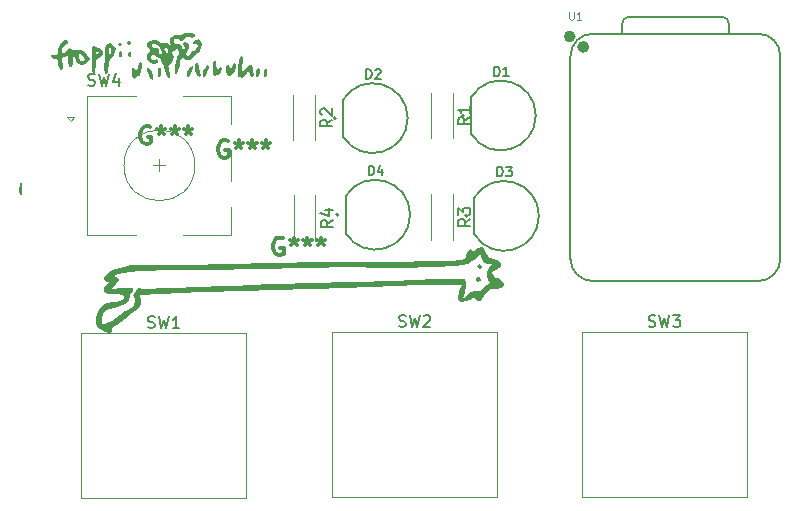
<source format=gbr>
%TF.GenerationSoftware,KiCad,Pcbnew,8.99.0-3419-gcbbcb5ae32*%
%TF.CreationDate,2025-07-01T05:37:36+08:00*%
%TF.ProjectId,pinder,70696e64-6572-42e6-9b69-6361645f7063,rev?*%
%TF.SameCoordinates,Original*%
%TF.FileFunction,Legend,Top*%
%TF.FilePolarity,Positive*%
%FSLAX46Y46*%
G04 Gerber Fmt 4.6, Leading zero omitted, Abs format (unit mm)*
G04 Created by KiCad (PCBNEW 8.99.0-3419-gcbbcb5ae32) date 2025-07-01 05:37:36*
%MOMM*%
%LPD*%
G01*
G04 APERTURE LIST*
%ADD10C,0.300000*%
%ADD11C,0.150000*%
%ADD12C,0.101600*%
%ADD13C,0.000000*%
%ADD14C,0.120000*%
%ADD15C,0.127000*%
%ADD16C,0.200000*%
%ADD17C,0.100000*%
%ADD18C,0.504000*%
G04 APERTURE END LIST*
D10*
X112128572Y-60474757D02*
X111985715Y-60403328D01*
X111985715Y-60403328D02*
X111771429Y-60403328D01*
X111771429Y-60403328D02*
X111557143Y-60474757D01*
X111557143Y-60474757D02*
X111414286Y-60617614D01*
X111414286Y-60617614D02*
X111342857Y-60760471D01*
X111342857Y-60760471D02*
X111271429Y-61046185D01*
X111271429Y-61046185D02*
X111271429Y-61260471D01*
X111271429Y-61260471D02*
X111342857Y-61546185D01*
X111342857Y-61546185D02*
X111414286Y-61689042D01*
X111414286Y-61689042D02*
X111557143Y-61831900D01*
X111557143Y-61831900D02*
X111771429Y-61903328D01*
X111771429Y-61903328D02*
X111914286Y-61903328D01*
X111914286Y-61903328D02*
X112128572Y-61831900D01*
X112128572Y-61831900D02*
X112200000Y-61760471D01*
X112200000Y-61760471D02*
X112200000Y-61260471D01*
X112200000Y-61260471D02*
X111914286Y-61260471D01*
X113057143Y-60403328D02*
X113057143Y-60760471D01*
X112700000Y-60617614D02*
X113057143Y-60760471D01*
X113057143Y-60760471D02*
X113414286Y-60617614D01*
X112842857Y-61046185D02*
X113057143Y-60760471D01*
X113057143Y-60760471D02*
X113271429Y-61046185D01*
X114200000Y-60403328D02*
X114200000Y-60760471D01*
X113842857Y-60617614D02*
X114200000Y-60760471D01*
X114200000Y-60760471D02*
X114557143Y-60617614D01*
X113985714Y-61046185D02*
X114200000Y-60760471D01*
X114200000Y-60760471D02*
X114414286Y-61046185D01*
X115342857Y-60403328D02*
X115342857Y-60760471D01*
X114985714Y-60617614D02*
X115342857Y-60760471D01*
X115342857Y-60760471D02*
X115700000Y-60617614D01*
X115128571Y-61046185D02*
X115342857Y-60760471D01*
X115342857Y-60760471D02*
X115557143Y-61046185D01*
X105553572Y-59299757D02*
X105410715Y-59228328D01*
X105410715Y-59228328D02*
X105196429Y-59228328D01*
X105196429Y-59228328D02*
X104982143Y-59299757D01*
X104982143Y-59299757D02*
X104839286Y-59442614D01*
X104839286Y-59442614D02*
X104767857Y-59585471D01*
X104767857Y-59585471D02*
X104696429Y-59871185D01*
X104696429Y-59871185D02*
X104696429Y-60085471D01*
X104696429Y-60085471D02*
X104767857Y-60371185D01*
X104767857Y-60371185D02*
X104839286Y-60514042D01*
X104839286Y-60514042D02*
X104982143Y-60656900D01*
X104982143Y-60656900D02*
X105196429Y-60728328D01*
X105196429Y-60728328D02*
X105339286Y-60728328D01*
X105339286Y-60728328D02*
X105553572Y-60656900D01*
X105553572Y-60656900D02*
X105625000Y-60585471D01*
X105625000Y-60585471D02*
X105625000Y-60085471D01*
X105625000Y-60085471D02*
X105339286Y-60085471D01*
X106482143Y-59228328D02*
X106482143Y-59585471D01*
X106125000Y-59442614D02*
X106482143Y-59585471D01*
X106482143Y-59585471D02*
X106839286Y-59442614D01*
X106267857Y-59871185D02*
X106482143Y-59585471D01*
X106482143Y-59585471D02*
X106696429Y-59871185D01*
X107625000Y-59228328D02*
X107625000Y-59585471D01*
X107267857Y-59442614D02*
X107625000Y-59585471D01*
X107625000Y-59585471D02*
X107982143Y-59442614D01*
X107410714Y-59871185D02*
X107625000Y-59585471D01*
X107625000Y-59585471D02*
X107839286Y-59871185D01*
X108767857Y-59228328D02*
X108767857Y-59585471D01*
X108410714Y-59442614D02*
X108767857Y-59585471D01*
X108767857Y-59585471D02*
X109125000Y-59442614D01*
X108553571Y-59871185D02*
X108767857Y-59585471D01*
X108767857Y-59585471D02*
X108982143Y-59871185D01*
X116791049Y-68712407D02*
X116648192Y-68640978D01*
X116648192Y-68640978D02*
X116433906Y-68640978D01*
X116433906Y-68640978D02*
X116219620Y-68712407D01*
X116219620Y-68712407D02*
X116076763Y-68855264D01*
X116076763Y-68855264D02*
X116005334Y-68998121D01*
X116005334Y-68998121D02*
X115933906Y-69283835D01*
X115933906Y-69283835D02*
X115933906Y-69498121D01*
X115933906Y-69498121D02*
X116005334Y-69783835D01*
X116005334Y-69783835D02*
X116076763Y-69926692D01*
X116076763Y-69926692D02*
X116219620Y-70069550D01*
X116219620Y-70069550D02*
X116433906Y-70140978D01*
X116433906Y-70140978D02*
X116576763Y-70140978D01*
X116576763Y-70140978D02*
X116791049Y-70069550D01*
X116791049Y-70069550D02*
X116862477Y-69998121D01*
X116862477Y-69998121D02*
X116862477Y-69498121D01*
X116862477Y-69498121D02*
X116576763Y-69498121D01*
X117719620Y-68640978D02*
X117719620Y-68998121D01*
X117362477Y-68855264D02*
X117719620Y-68998121D01*
X117719620Y-68998121D02*
X118076763Y-68855264D01*
X117505334Y-69283835D02*
X117719620Y-68998121D01*
X117719620Y-68998121D02*
X117933906Y-69283835D01*
X118862477Y-68640978D02*
X118862477Y-68998121D01*
X118505334Y-68855264D02*
X118862477Y-68998121D01*
X118862477Y-68998121D02*
X119219620Y-68855264D01*
X118648191Y-69283835D02*
X118862477Y-68998121D01*
X118862477Y-68998121D02*
X119076763Y-69283835D01*
X120005334Y-68640978D02*
X120005334Y-68998121D01*
X119648191Y-68855264D02*
X120005334Y-68998121D01*
X120005334Y-68998121D02*
X120362477Y-68855264D01*
X119791048Y-69283835D02*
X120005334Y-68998121D01*
X120005334Y-68998121D02*
X120219620Y-69283835D01*
D11*
X120954819Y-58641666D02*
X120478628Y-58974999D01*
X120954819Y-59213094D02*
X119954819Y-59213094D01*
X119954819Y-59213094D02*
X119954819Y-58832142D01*
X119954819Y-58832142D02*
X120002438Y-58736904D01*
X120002438Y-58736904D02*
X120050057Y-58689285D01*
X120050057Y-58689285D02*
X120145295Y-58641666D01*
X120145295Y-58641666D02*
X120288152Y-58641666D01*
X120288152Y-58641666D02*
X120383390Y-58689285D01*
X120383390Y-58689285D02*
X120431009Y-58736904D01*
X120431009Y-58736904D02*
X120478628Y-58832142D01*
X120478628Y-58832142D02*
X120478628Y-59213094D01*
X120050057Y-58260713D02*
X120002438Y-58213094D01*
X120002438Y-58213094D02*
X119954819Y-58117856D01*
X119954819Y-58117856D02*
X119954819Y-57879761D01*
X119954819Y-57879761D02*
X120002438Y-57784523D01*
X120002438Y-57784523D02*
X120050057Y-57736904D01*
X120050057Y-57736904D02*
X120145295Y-57689285D01*
X120145295Y-57689285D02*
X120240533Y-57689285D01*
X120240533Y-57689285D02*
X120383390Y-57736904D01*
X120383390Y-57736904D02*
X120954819Y-58308332D01*
X120954819Y-58308332D02*
X120954819Y-57689285D01*
X134679524Y-54954295D02*
X134679524Y-54154295D01*
X134679524Y-54154295D02*
X134870000Y-54154295D01*
X134870000Y-54154295D02*
X134984286Y-54192390D01*
X134984286Y-54192390D02*
X135060476Y-54268580D01*
X135060476Y-54268580D02*
X135098571Y-54344771D01*
X135098571Y-54344771D02*
X135136667Y-54497152D01*
X135136667Y-54497152D02*
X135136667Y-54611438D01*
X135136667Y-54611438D02*
X135098571Y-54763819D01*
X135098571Y-54763819D02*
X135060476Y-54840009D01*
X135060476Y-54840009D02*
X134984286Y-54916200D01*
X134984286Y-54916200D02*
X134870000Y-54954295D01*
X134870000Y-54954295D02*
X134679524Y-54954295D01*
X135898571Y-54954295D02*
X135441428Y-54954295D01*
X135670000Y-54954295D02*
X135670000Y-54154295D01*
X135670000Y-54154295D02*
X135593809Y-54268580D01*
X135593809Y-54268580D02*
X135517619Y-54344771D01*
X135517619Y-54344771D02*
X135441428Y-54382866D01*
X132604819Y-58466666D02*
X132128628Y-58799999D01*
X132604819Y-59038094D02*
X131604819Y-59038094D01*
X131604819Y-59038094D02*
X131604819Y-58657142D01*
X131604819Y-58657142D02*
X131652438Y-58561904D01*
X131652438Y-58561904D02*
X131700057Y-58514285D01*
X131700057Y-58514285D02*
X131795295Y-58466666D01*
X131795295Y-58466666D02*
X131938152Y-58466666D01*
X131938152Y-58466666D02*
X132033390Y-58514285D01*
X132033390Y-58514285D02*
X132081009Y-58561904D01*
X132081009Y-58561904D02*
X132128628Y-58657142D01*
X132128628Y-58657142D02*
X132128628Y-59038094D01*
X132604819Y-57514285D02*
X132604819Y-58085713D01*
X132604819Y-57799999D02*
X131604819Y-57799999D01*
X131604819Y-57799999D02*
X131747676Y-57895237D01*
X131747676Y-57895237D02*
X131842914Y-57990475D01*
X131842914Y-57990475D02*
X131890533Y-58085713D01*
X147746667Y-76153200D02*
X147889524Y-76200819D01*
X147889524Y-76200819D02*
X148127619Y-76200819D01*
X148127619Y-76200819D02*
X148222857Y-76153200D01*
X148222857Y-76153200D02*
X148270476Y-76105580D01*
X148270476Y-76105580D02*
X148318095Y-76010342D01*
X148318095Y-76010342D02*
X148318095Y-75915104D01*
X148318095Y-75915104D02*
X148270476Y-75819866D01*
X148270476Y-75819866D02*
X148222857Y-75772247D01*
X148222857Y-75772247D02*
X148127619Y-75724628D01*
X148127619Y-75724628D02*
X147937143Y-75677009D01*
X147937143Y-75677009D02*
X147841905Y-75629390D01*
X147841905Y-75629390D02*
X147794286Y-75581771D01*
X147794286Y-75581771D02*
X147746667Y-75486533D01*
X147746667Y-75486533D02*
X147746667Y-75391295D01*
X147746667Y-75391295D02*
X147794286Y-75296057D01*
X147794286Y-75296057D02*
X147841905Y-75248438D01*
X147841905Y-75248438D02*
X147937143Y-75200819D01*
X147937143Y-75200819D02*
X148175238Y-75200819D01*
X148175238Y-75200819D02*
X148318095Y-75248438D01*
X148651429Y-75200819D02*
X148889524Y-76200819D01*
X148889524Y-76200819D02*
X149080000Y-75486533D01*
X149080000Y-75486533D02*
X149270476Y-76200819D01*
X149270476Y-76200819D02*
X149508572Y-75200819D01*
X149794286Y-75200819D02*
X150413333Y-75200819D01*
X150413333Y-75200819D02*
X150080000Y-75581771D01*
X150080000Y-75581771D02*
X150222857Y-75581771D01*
X150222857Y-75581771D02*
X150318095Y-75629390D01*
X150318095Y-75629390D02*
X150365714Y-75677009D01*
X150365714Y-75677009D02*
X150413333Y-75772247D01*
X150413333Y-75772247D02*
X150413333Y-76010342D01*
X150413333Y-76010342D02*
X150365714Y-76105580D01*
X150365714Y-76105580D02*
X150318095Y-76153200D01*
X150318095Y-76153200D02*
X150222857Y-76200819D01*
X150222857Y-76200819D02*
X149937143Y-76200819D01*
X149937143Y-76200819D02*
X149841905Y-76153200D01*
X149841905Y-76153200D02*
X149794286Y-76105580D01*
X120989819Y-67156666D02*
X120513628Y-67489999D01*
X120989819Y-67728094D02*
X119989819Y-67728094D01*
X119989819Y-67728094D02*
X119989819Y-67347142D01*
X119989819Y-67347142D02*
X120037438Y-67251904D01*
X120037438Y-67251904D02*
X120085057Y-67204285D01*
X120085057Y-67204285D02*
X120180295Y-67156666D01*
X120180295Y-67156666D02*
X120323152Y-67156666D01*
X120323152Y-67156666D02*
X120418390Y-67204285D01*
X120418390Y-67204285D02*
X120466009Y-67251904D01*
X120466009Y-67251904D02*
X120513628Y-67347142D01*
X120513628Y-67347142D02*
X120513628Y-67728094D01*
X120323152Y-66299523D02*
X120989819Y-66299523D01*
X119942200Y-66537618D02*
X120656485Y-66775713D01*
X120656485Y-66775713D02*
X120656485Y-66156666D01*
X126606667Y-76153200D02*
X126749524Y-76200819D01*
X126749524Y-76200819D02*
X126987619Y-76200819D01*
X126987619Y-76200819D02*
X127082857Y-76153200D01*
X127082857Y-76153200D02*
X127130476Y-76105580D01*
X127130476Y-76105580D02*
X127178095Y-76010342D01*
X127178095Y-76010342D02*
X127178095Y-75915104D01*
X127178095Y-75915104D02*
X127130476Y-75819866D01*
X127130476Y-75819866D02*
X127082857Y-75772247D01*
X127082857Y-75772247D02*
X126987619Y-75724628D01*
X126987619Y-75724628D02*
X126797143Y-75677009D01*
X126797143Y-75677009D02*
X126701905Y-75629390D01*
X126701905Y-75629390D02*
X126654286Y-75581771D01*
X126654286Y-75581771D02*
X126606667Y-75486533D01*
X126606667Y-75486533D02*
X126606667Y-75391295D01*
X126606667Y-75391295D02*
X126654286Y-75296057D01*
X126654286Y-75296057D02*
X126701905Y-75248438D01*
X126701905Y-75248438D02*
X126797143Y-75200819D01*
X126797143Y-75200819D02*
X127035238Y-75200819D01*
X127035238Y-75200819D02*
X127178095Y-75248438D01*
X127511429Y-75200819D02*
X127749524Y-76200819D01*
X127749524Y-76200819D02*
X127940000Y-75486533D01*
X127940000Y-75486533D02*
X128130476Y-76200819D01*
X128130476Y-76200819D02*
X128368572Y-75200819D01*
X128701905Y-75296057D02*
X128749524Y-75248438D01*
X128749524Y-75248438D02*
X128844762Y-75200819D01*
X128844762Y-75200819D02*
X129082857Y-75200819D01*
X129082857Y-75200819D02*
X129178095Y-75248438D01*
X129178095Y-75248438D02*
X129225714Y-75296057D01*
X129225714Y-75296057D02*
X129273333Y-75391295D01*
X129273333Y-75391295D02*
X129273333Y-75486533D01*
X129273333Y-75486533D02*
X129225714Y-75629390D01*
X129225714Y-75629390D02*
X128654286Y-76200819D01*
X128654286Y-76200819D02*
X129273333Y-76200819D01*
X132639819Y-67056666D02*
X132163628Y-67389999D01*
X132639819Y-67628094D02*
X131639819Y-67628094D01*
X131639819Y-67628094D02*
X131639819Y-67247142D01*
X131639819Y-67247142D02*
X131687438Y-67151904D01*
X131687438Y-67151904D02*
X131735057Y-67104285D01*
X131735057Y-67104285D02*
X131830295Y-67056666D01*
X131830295Y-67056666D02*
X131973152Y-67056666D01*
X131973152Y-67056666D02*
X132068390Y-67104285D01*
X132068390Y-67104285D02*
X132116009Y-67151904D01*
X132116009Y-67151904D02*
X132163628Y-67247142D01*
X132163628Y-67247142D02*
X132163628Y-67628094D01*
X131639819Y-66723332D02*
X131639819Y-66104285D01*
X131639819Y-66104285D02*
X132020771Y-66437618D01*
X132020771Y-66437618D02*
X132020771Y-66294761D01*
X132020771Y-66294761D02*
X132068390Y-66199523D01*
X132068390Y-66199523D02*
X132116009Y-66151904D01*
X132116009Y-66151904D02*
X132211247Y-66104285D01*
X132211247Y-66104285D02*
X132449342Y-66104285D01*
X132449342Y-66104285D02*
X132544580Y-66151904D01*
X132544580Y-66151904D02*
X132592200Y-66199523D01*
X132592200Y-66199523D02*
X132639819Y-66294761D01*
X132639819Y-66294761D02*
X132639819Y-66580475D01*
X132639819Y-66580475D02*
X132592200Y-66675713D01*
X132592200Y-66675713D02*
X132544580Y-66723332D01*
X134944524Y-63454295D02*
X134944524Y-62654295D01*
X134944524Y-62654295D02*
X135135000Y-62654295D01*
X135135000Y-62654295D02*
X135249286Y-62692390D01*
X135249286Y-62692390D02*
X135325476Y-62768580D01*
X135325476Y-62768580D02*
X135363571Y-62844771D01*
X135363571Y-62844771D02*
X135401667Y-62997152D01*
X135401667Y-62997152D02*
X135401667Y-63111438D01*
X135401667Y-63111438D02*
X135363571Y-63263819D01*
X135363571Y-63263819D02*
X135325476Y-63340009D01*
X135325476Y-63340009D02*
X135249286Y-63416200D01*
X135249286Y-63416200D02*
X135135000Y-63454295D01*
X135135000Y-63454295D02*
X134944524Y-63454295D01*
X135668333Y-62654295D02*
X136163571Y-62654295D01*
X136163571Y-62654295D02*
X135896905Y-62959057D01*
X135896905Y-62959057D02*
X136011190Y-62959057D01*
X136011190Y-62959057D02*
X136087381Y-62997152D01*
X136087381Y-62997152D02*
X136125476Y-63035247D01*
X136125476Y-63035247D02*
X136163571Y-63111438D01*
X136163571Y-63111438D02*
X136163571Y-63301914D01*
X136163571Y-63301914D02*
X136125476Y-63378104D01*
X136125476Y-63378104D02*
X136087381Y-63416200D01*
X136087381Y-63416200D02*
X136011190Y-63454295D01*
X136011190Y-63454295D02*
X135782619Y-63454295D01*
X135782619Y-63454295D02*
X135706428Y-63416200D01*
X135706428Y-63416200D02*
X135668333Y-63378104D01*
D12*
X141031790Y-49564679D02*
X141031790Y-50078726D01*
X141031790Y-50078726D02*
X141062028Y-50139202D01*
X141062028Y-50139202D02*
X141092266Y-50169441D01*
X141092266Y-50169441D02*
X141152742Y-50199679D01*
X141152742Y-50199679D02*
X141273695Y-50199679D01*
X141273695Y-50199679D02*
X141334171Y-50169441D01*
X141334171Y-50169441D02*
X141364409Y-50139202D01*
X141364409Y-50139202D02*
X141394647Y-50078726D01*
X141394647Y-50078726D02*
X141394647Y-49564679D01*
X142029647Y-50199679D02*
X141666790Y-50199679D01*
X141848218Y-50199679D02*
X141848218Y-49564679D01*
X141848218Y-49564679D02*
X141787742Y-49655393D01*
X141787742Y-49655393D02*
X141727266Y-49715869D01*
X141727266Y-49715869D02*
X141666790Y-49746107D01*
D11*
X105350667Y-76243600D02*
X105493524Y-76291219D01*
X105493524Y-76291219D02*
X105731619Y-76291219D01*
X105731619Y-76291219D02*
X105826857Y-76243600D01*
X105826857Y-76243600D02*
X105874476Y-76195980D01*
X105874476Y-76195980D02*
X105922095Y-76100742D01*
X105922095Y-76100742D02*
X105922095Y-76005504D01*
X105922095Y-76005504D02*
X105874476Y-75910266D01*
X105874476Y-75910266D02*
X105826857Y-75862647D01*
X105826857Y-75862647D02*
X105731619Y-75815028D01*
X105731619Y-75815028D02*
X105541143Y-75767409D01*
X105541143Y-75767409D02*
X105445905Y-75719790D01*
X105445905Y-75719790D02*
X105398286Y-75672171D01*
X105398286Y-75672171D02*
X105350667Y-75576933D01*
X105350667Y-75576933D02*
X105350667Y-75481695D01*
X105350667Y-75481695D02*
X105398286Y-75386457D01*
X105398286Y-75386457D02*
X105445905Y-75338838D01*
X105445905Y-75338838D02*
X105541143Y-75291219D01*
X105541143Y-75291219D02*
X105779238Y-75291219D01*
X105779238Y-75291219D02*
X105922095Y-75338838D01*
X106255429Y-75291219D02*
X106493524Y-76291219D01*
X106493524Y-76291219D02*
X106684000Y-75576933D01*
X106684000Y-75576933D02*
X106874476Y-76291219D01*
X106874476Y-76291219D02*
X107112572Y-75291219D01*
X108017333Y-76291219D02*
X107445905Y-76291219D01*
X107731619Y-76291219D02*
X107731619Y-75291219D01*
X107731619Y-75291219D02*
X107636381Y-75434076D01*
X107636381Y-75434076D02*
X107541143Y-75529314D01*
X107541143Y-75529314D02*
X107445905Y-75576933D01*
X123829524Y-55179295D02*
X123829524Y-54379295D01*
X123829524Y-54379295D02*
X124020000Y-54379295D01*
X124020000Y-54379295D02*
X124134286Y-54417390D01*
X124134286Y-54417390D02*
X124210476Y-54493580D01*
X124210476Y-54493580D02*
X124248571Y-54569771D01*
X124248571Y-54569771D02*
X124286667Y-54722152D01*
X124286667Y-54722152D02*
X124286667Y-54836438D01*
X124286667Y-54836438D02*
X124248571Y-54988819D01*
X124248571Y-54988819D02*
X124210476Y-55065009D01*
X124210476Y-55065009D02*
X124134286Y-55141200D01*
X124134286Y-55141200D02*
X124020000Y-55179295D01*
X124020000Y-55179295D02*
X123829524Y-55179295D01*
X124591428Y-54455485D02*
X124629524Y-54417390D01*
X124629524Y-54417390D02*
X124705714Y-54379295D01*
X124705714Y-54379295D02*
X124896190Y-54379295D01*
X124896190Y-54379295D02*
X124972381Y-54417390D01*
X124972381Y-54417390D02*
X125010476Y-54455485D01*
X125010476Y-54455485D02*
X125048571Y-54531676D01*
X125048571Y-54531676D02*
X125048571Y-54607866D01*
X125048571Y-54607866D02*
X125010476Y-54722152D01*
X125010476Y-54722152D02*
X124553333Y-55179295D01*
X124553333Y-55179295D02*
X125048571Y-55179295D01*
X100291667Y-55732200D02*
X100434524Y-55779819D01*
X100434524Y-55779819D02*
X100672619Y-55779819D01*
X100672619Y-55779819D02*
X100767857Y-55732200D01*
X100767857Y-55732200D02*
X100815476Y-55684580D01*
X100815476Y-55684580D02*
X100863095Y-55589342D01*
X100863095Y-55589342D02*
X100863095Y-55494104D01*
X100863095Y-55494104D02*
X100815476Y-55398866D01*
X100815476Y-55398866D02*
X100767857Y-55351247D01*
X100767857Y-55351247D02*
X100672619Y-55303628D01*
X100672619Y-55303628D02*
X100482143Y-55256009D01*
X100482143Y-55256009D02*
X100386905Y-55208390D01*
X100386905Y-55208390D02*
X100339286Y-55160771D01*
X100339286Y-55160771D02*
X100291667Y-55065533D01*
X100291667Y-55065533D02*
X100291667Y-54970295D01*
X100291667Y-54970295D02*
X100339286Y-54875057D01*
X100339286Y-54875057D02*
X100386905Y-54827438D01*
X100386905Y-54827438D02*
X100482143Y-54779819D01*
X100482143Y-54779819D02*
X100720238Y-54779819D01*
X100720238Y-54779819D02*
X100863095Y-54827438D01*
X101196429Y-54779819D02*
X101434524Y-55779819D01*
X101434524Y-55779819D02*
X101625000Y-55065533D01*
X101625000Y-55065533D02*
X101815476Y-55779819D01*
X101815476Y-55779819D02*
X102053572Y-54779819D01*
X102863095Y-55113152D02*
X102863095Y-55779819D01*
X102625000Y-54732200D02*
X102386905Y-55446485D01*
X102386905Y-55446485D02*
X103005952Y-55446485D01*
X124039524Y-63354295D02*
X124039524Y-62554295D01*
X124039524Y-62554295D02*
X124230000Y-62554295D01*
X124230000Y-62554295D02*
X124344286Y-62592390D01*
X124344286Y-62592390D02*
X124420476Y-62668580D01*
X124420476Y-62668580D02*
X124458571Y-62744771D01*
X124458571Y-62744771D02*
X124496667Y-62897152D01*
X124496667Y-62897152D02*
X124496667Y-63011438D01*
X124496667Y-63011438D02*
X124458571Y-63163819D01*
X124458571Y-63163819D02*
X124420476Y-63240009D01*
X124420476Y-63240009D02*
X124344286Y-63316200D01*
X124344286Y-63316200D02*
X124230000Y-63354295D01*
X124230000Y-63354295D02*
X124039524Y-63354295D01*
X125182381Y-62820961D02*
X125182381Y-63354295D01*
X124991905Y-62516200D02*
X124801428Y-63087628D01*
X124801428Y-63087628D02*
X125296667Y-63087628D01*
D13*
%TO.C,G\u002A\u002A\u002A*%
G36*
X105471837Y-54269359D02*
G01*
X105582331Y-54430980D01*
X105692619Y-54652481D01*
X105778349Y-54882680D01*
X105815171Y-55070398D01*
X105812184Y-55115653D01*
X105744454Y-55255829D01*
X105636955Y-55244671D01*
X105505885Y-55090664D01*
X105409958Y-54905055D01*
X105285980Y-54568978D01*
X105267242Y-54349832D01*
X105353198Y-54232323D01*
X105385486Y-54218798D01*
X105471837Y-54269359D01*
G37*
G36*
X104803006Y-53769548D02*
G01*
X104837194Y-53904045D01*
X104841011Y-54168265D01*
X104839224Y-54226435D01*
X104798886Y-54601456D01*
X104712272Y-54842950D01*
X104585585Y-54937624D01*
X104512444Y-54927045D01*
X104409976Y-54961812D01*
X104364602Y-55050191D01*
X104282743Y-55193171D01*
X104172193Y-55182613D01*
X104061581Y-55024317D01*
X104045763Y-54985596D01*
X103989265Y-54725777D01*
X103984359Y-54498763D01*
X104043211Y-54294576D01*
X104141545Y-54238252D01*
X104244019Y-54325747D01*
X104312680Y-54536333D01*
X104356174Y-54706561D01*
X104404957Y-54715700D01*
X104460498Y-54561268D01*
X104524266Y-54240784D01*
X104538331Y-54155333D01*
X104607878Y-53866096D01*
X104698803Y-53739264D01*
X104731295Y-53732000D01*
X104803006Y-53769548D01*
G37*
G36*
X109069773Y-51341815D02*
G01*
X109264827Y-51412175D01*
X109298255Y-51442291D01*
X109367511Y-51593138D01*
X109288776Y-51683248D01*
X109075493Y-51702994D01*
X108953974Y-51688789D01*
X108703763Y-51671105D01*
X108526987Y-51733849D01*
X108407630Y-51831418D01*
X108244305Y-51956420D01*
X108133966Y-51956304D01*
X108097945Y-51927478D01*
X107953671Y-51853407D01*
X107764708Y-51829291D01*
X107599061Y-51854495D01*
X107524737Y-51928384D01*
X107524629Y-51932833D01*
X107598679Y-52145472D01*
X107808768Y-52263096D01*
X107957464Y-52283863D01*
X108157324Y-52315765D01*
X108235375Y-52403701D01*
X108243000Y-52478494D01*
X108273096Y-52671779D01*
X108356848Y-52712242D01*
X108455164Y-52630733D01*
X108516204Y-52510322D01*
X108436866Y-52406299D01*
X108411961Y-52387531D01*
X108315488Y-52249780D01*
X108364003Y-52129614D01*
X108527396Y-52081000D01*
X108734213Y-52147823D01*
X108850686Y-52318576D01*
X108867834Y-52548684D01*
X108776675Y-52793568D01*
X108692854Y-52902164D01*
X108573930Y-53065704D01*
X108588146Y-53177897D01*
X108602496Y-53194030D01*
X108753365Y-53254343D01*
X108895970Y-53179458D01*
X108977109Y-52997436D01*
X108977266Y-52996343D01*
X109059998Y-52833292D01*
X109174333Y-52800666D01*
X109384266Y-52725885D01*
X109524433Y-52539573D01*
X109552640Y-52399498D01*
X109499237Y-52286201D01*
X109364833Y-52272498D01*
X109210060Y-52241623D01*
X109166100Y-52136466D01*
X109227225Y-52005592D01*
X109387704Y-51897567D01*
X109410013Y-51889551D01*
X109659844Y-51863829D01*
X109820598Y-51981657D01*
X109890775Y-52241657D01*
X109894000Y-52333948D01*
X109849753Y-52591945D01*
X109738014Y-52840780D01*
X109590287Y-53027075D01*
X109443354Y-53097535D01*
X109337916Y-53164863D01*
X109212916Y-53328564D01*
X109199437Y-53351535D01*
X109051652Y-53537604D01*
X108856287Y-53602370D01*
X108782771Y-53605000D01*
X108541322Y-53563360D01*
X108359498Y-53468496D01*
X108291224Y-53405015D01*
X108243060Y-53379335D01*
X108203897Y-53415888D01*
X108162631Y-53539108D01*
X108108152Y-53773426D01*
X108029354Y-54143277D01*
X108008774Y-54240000D01*
X107922822Y-54532445D01*
X107823210Y-54711538D01*
X107726888Y-54763466D01*
X107650809Y-54674418D01*
X107622873Y-54554415D01*
X107630661Y-54376474D01*
X107675787Y-54093773D01*
X107745548Y-53763323D01*
X107827242Y-53442136D01*
X107908165Y-53187221D01*
X107947910Y-53095608D01*
X107963237Y-52920888D01*
X107912985Y-52774500D01*
X107809846Y-52581783D01*
X107572348Y-52801889D01*
X107424052Y-52949246D01*
X107390972Y-53036384D01*
X107460940Y-53114648D01*
X107492591Y-53138464D01*
X107596284Y-53247726D01*
X107557264Y-53348806D01*
X107544500Y-53362233D01*
X107450798Y-53536876D01*
X107438666Y-53617980D01*
X107375572Y-53774647D01*
X107243601Y-53913566D01*
X107132240Y-54010099D01*
X107089813Y-54113049D01*
X107108132Y-54278614D01*
X107159750Y-54489018D01*
X107215979Y-54752812D01*
X107237559Y-54956674D01*
X107230473Y-55023166D01*
X107138029Y-55123364D01*
X107022978Y-55078187D01*
X106939235Y-54938500D01*
X106879571Y-54764924D01*
X106790456Y-54486610D01*
X106690325Y-54161242D01*
X106682168Y-54134166D01*
X106585056Y-53841029D01*
X106496111Y-53624052D01*
X106432083Y-53523106D01*
X106424280Y-53520333D01*
X106317291Y-53470260D01*
X106145292Y-53346382D01*
X106102805Y-53311498D01*
X106098913Y-53308666D01*
X106778685Y-53308666D01*
X106841642Y-53453607D01*
X106885135Y-53562666D01*
X106947148Y-53666160D01*
X106992684Y-53617851D01*
X106970444Y-53477642D01*
X106886233Y-53363851D01*
X106789988Y-53288352D01*
X106778685Y-53308666D01*
X106098913Y-53308666D01*
X105923399Y-53180944D01*
X105800123Y-53160608D01*
X105710701Y-53207898D01*
X105601709Y-53354800D01*
X105630757Y-53490391D01*
X105770377Y-53567589D01*
X105917341Y-53562079D01*
X106123663Y-53558418D01*
X106226143Y-53634683D01*
X106198924Y-53757265D01*
X106123085Y-53829510D01*
X105855073Y-53936174D01*
X105588163Y-53878622D01*
X105421425Y-53747709D01*
X105267900Y-53487506D01*
X105257840Y-53217050D01*
X105392288Y-52983358D01*
X105404226Y-52972208D01*
X105513523Y-52860452D01*
X105517584Y-52769115D01*
X105416411Y-52624500D01*
X105404226Y-52609001D01*
X105286642Y-52429593D01*
X105248219Y-52324633D01*
X105660666Y-52324633D01*
X105733152Y-52455819D01*
X105906247Y-52569747D01*
X106106692Y-52621799D01*
X106262376Y-52684114D01*
X106295666Y-52800666D01*
X106325875Y-52981662D01*
X106395772Y-53117732D01*
X106474267Y-53153873D01*
X106489314Y-53143241D01*
X106536111Y-53026212D01*
X106551613Y-52922409D01*
X106494850Y-52739201D01*
X106482454Y-52723229D01*
X106742351Y-52723229D01*
X106807506Y-52782490D01*
X106919118Y-52919959D01*
X106936033Y-52995373D01*
X106958252Y-53055094D01*
X107016159Y-52951927D01*
X107023607Y-52933598D01*
X107058606Y-52738174D01*
X106972845Y-52594931D01*
X106860724Y-52507810D01*
X106786090Y-52551428D01*
X106762111Y-52587783D01*
X106742351Y-52723229D01*
X106482454Y-52723229D01*
X106335813Y-52534286D01*
X106125814Y-52357262D01*
X105916168Y-52257723D01*
X105856260Y-52250333D01*
X105704949Y-52277684D01*
X105660666Y-52324633D01*
X105248219Y-52324633D01*
X105237335Y-52294902D01*
X105237333Y-52294370D01*
X105311837Y-52124036D01*
X105501025Y-51996489D01*
X105753411Y-51921939D01*
X106017508Y-51910598D01*
X106241831Y-51972675D01*
X106352756Y-52073165D01*
X106471625Y-52183933D01*
X106663985Y-52198730D01*
X106736389Y-52188777D01*
X107019781Y-52195979D01*
X107207748Y-52300198D01*
X107307195Y-52374624D01*
X107299227Y-52347155D01*
X107290500Y-52336986D01*
X107194734Y-52114303D01*
X107213025Y-51852196D01*
X107338595Y-51629871D01*
X107352100Y-51617052D01*
X107545479Y-51511565D01*
X107815497Y-51505452D01*
X107843637Y-51508999D01*
X108152751Y-51505404D01*
X108327386Y-51435735D01*
X108531853Y-51353127D01*
X108802382Y-51321976D01*
X109069773Y-51341815D01*
G37*
G36*
X113362018Y-53306617D02*
G01*
X113414093Y-53436058D01*
X113409719Y-53725076D01*
X113348899Y-54173603D01*
X113308932Y-54396787D01*
X113288827Y-54525975D01*
X113309813Y-54563505D01*
X113396571Y-54500445D01*
X113573779Y-54327864D01*
X113616004Y-54285662D01*
X113820078Y-54101553D01*
X113986835Y-53986516D01*
X114063923Y-53964863D01*
X114137767Y-54062144D01*
X114213182Y-54268624D01*
X114276730Y-54524835D01*
X114314970Y-54771309D01*
X114314461Y-54948578D01*
X114296076Y-54992075D01*
X114162287Y-55039024D01*
X114033058Y-54961138D01*
X113960970Y-54795965D01*
X113958000Y-54750657D01*
X113926252Y-54576998D01*
X113838142Y-54556321D01*
X113704367Y-54686118D01*
X113608114Y-54832666D01*
X113450405Y-55050670D01*
X113302177Y-55119208D01*
X113124987Y-55051224D01*
X113070603Y-55013642D01*
X112996159Y-54944810D01*
X112956876Y-54848999D01*
X112949713Y-54688147D01*
X112971630Y-54424189D01*
X113002400Y-54159730D01*
X113066520Y-53724534D01*
X113137524Y-53443987D01*
X113221602Y-53303408D01*
X113324940Y-53288114D01*
X113362018Y-53306617D01*
G37*
G36*
X106422415Y-54290749D02*
G01*
X106460329Y-54462685D01*
X106465000Y-54613944D01*
X106438396Y-54855307D01*
X106372557Y-55006779D01*
X106288437Y-55042682D01*
X106206991Y-54937338D01*
X106205079Y-54932434D01*
X106169248Y-54728222D01*
X106186696Y-54503335D01*
X106245491Y-54319928D01*
X106333700Y-54240157D01*
X106338000Y-54240000D01*
X106422415Y-54290749D01*
G37*
G36*
X109174812Y-54267531D02*
G01*
X109100933Y-54495493D01*
X109097667Y-54501906D01*
X108994019Y-54722688D01*
X108927318Y-54896166D01*
X108835990Y-55031088D01*
X108708047Y-55011928D01*
X108680444Y-54987888D01*
X108622171Y-54821956D01*
X108665029Y-54589623D01*
X108796106Y-54349662D01*
X108829776Y-54308221D01*
X109012172Y-54154329D01*
X109136204Y-54147288D01*
X109174812Y-54267531D01*
G37*
G36*
X109568340Y-53897380D02*
G01*
X109646485Y-54141854D01*
X109664287Y-54237449D01*
X109721960Y-54503063D01*
X109789250Y-54705097D01*
X109821705Y-54762907D01*
X109863982Y-54903463D01*
X109803652Y-55020742D01*
X109732792Y-55044333D01*
X109631771Y-54987948D01*
X109516929Y-54879341D01*
X109426401Y-54709718D01*
X109368968Y-54469905D01*
X109346955Y-54211103D01*
X109362683Y-53984512D01*
X109418478Y-53841332D01*
X109468704Y-53816666D01*
X109568340Y-53897380D01*
G37*
G36*
X110495670Y-54088477D02*
G01*
X110502012Y-54094478D01*
X110551412Y-54222003D01*
X110507643Y-54299911D01*
X110425324Y-54454035D01*
X110347271Y-54680930D01*
X110342242Y-54699907D01*
X110251246Y-54929683D01*
X110141799Y-55028640D01*
X110034943Y-54979864D01*
X110020366Y-54958642D01*
X109978949Y-54781262D01*
X110016185Y-54562280D01*
X110109275Y-54342604D01*
X110235419Y-54163140D01*
X110371817Y-54064795D01*
X110495670Y-54088477D01*
G37*
G36*
X114819232Y-54330272D02*
G01*
X114867650Y-54476197D01*
X114840729Y-54706335D01*
X114837859Y-54716558D01*
X114738337Y-54944217D01*
X114619724Y-55031037D01*
X114524208Y-54989652D01*
X114468392Y-54832101D01*
X114492606Y-54609993D01*
X114587300Y-54404348D01*
X114718205Y-54296881D01*
X114819232Y-54330272D01*
G37*
G36*
X115401831Y-54381796D02*
G01*
X115437793Y-54570183D01*
X115439666Y-54656277D01*
X115410229Y-54880234D01*
X115338771Y-55014585D01*
X115250572Y-55032595D01*
X115179397Y-54931526D01*
X115144770Y-54726157D01*
X115170429Y-54514997D01*
X115242259Y-54362321D01*
X115312666Y-54324666D01*
X115401831Y-54381796D01*
G37*
G36*
X111081228Y-53703571D02*
G01*
X111131788Y-53888904D01*
X111147823Y-54058105D01*
X111167095Y-54299781D01*
X111197619Y-54400090D01*
X111259899Y-54386749D01*
X111340324Y-54318339D01*
X111493787Y-54222422D01*
X111599744Y-54260877D01*
X111633497Y-54373463D01*
X111548986Y-54553532D01*
X111507311Y-54614476D01*
X111369608Y-54783535D01*
X111264160Y-54871464D01*
X111249826Y-54875000D01*
X111113713Y-54902699D01*
X111044638Y-54926117D01*
X110906106Y-54910837D01*
X110864022Y-54853700D01*
X110842983Y-54708009D01*
X110835747Y-54452703D01*
X110842141Y-54188748D01*
X110866787Y-53878738D01*
X110909489Y-53708470D01*
X110978503Y-53648637D01*
X110994666Y-53647333D01*
X111081228Y-53703571D01*
G37*
G36*
X112800490Y-53923811D02*
G01*
X112831383Y-54089382D01*
X112792032Y-54312417D01*
X112691818Y-54549621D01*
X112540122Y-54757700D01*
X112483993Y-54809617D01*
X112318758Y-54930124D01*
X112207352Y-54933920D01*
X112079206Y-54819175D01*
X112060516Y-54798638D01*
X111971446Y-54624734D01*
X111936321Y-54399623D01*
X111952675Y-54180814D01*
X112018045Y-54025813D01*
X112095333Y-53986000D01*
X112201457Y-54065695D01*
X112265599Y-54282333D01*
X112308864Y-54578666D01*
X112455413Y-54218833D01*
X112560275Y-54004265D01*
X112656919Y-53875532D01*
X112689971Y-53859000D01*
X112800490Y-53923811D01*
G37*
G36*
X94665957Y-64020286D02*
G01*
X94673768Y-64251589D01*
X94676123Y-64431500D01*
X94676248Y-64729382D01*
X94670215Y-64947559D01*
X94659296Y-65043943D01*
X94657600Y-65045333D01*
X94584753Y-64994470D01*
X94530600Y-64943733D01*
X94449497Y-64759353D01*
X94442986Y-64484697D01*
X94509505Y-64180730D01*
X94552942Y-64071666D01*
X94612622Y-63951000D01*
X94647934Y-63926981D01*
X94665957Y-64020286D01*
G37*
G36*
X102349258Y-52224186D02*
G01*
X102496517Y-52395966D01*
X102512492Y-52425795D01*
X102621553Y-52711721D01*
X102607842Y-52956620D01*
X102462045Y-53211993D01*
X102345333Y-53350184D01*
X102142955Y-53616525D01*
X102053290Y-53865386D01*
X102040560Y-54006595D01*
X102008657Y-54354799D01*
X101940169Y-54618939D01*
X101846503Y-54773366D01*
X101739064Y-54792427D01*
X101703193Y-54765304D01*
X101680621Y-54658082D01*
X101670226Y-54420121D01*
X101670467Y-54089458D01*
X101679804Y-53704131D01*
X101696699Y-53302177D01*
X101719610Y-52921633D01*
X101725436Y-52853333D01*
X102049000Y-52853333D01*
X102059416Y-53096357D01*
X102096252Y-53179151D01*
X102167889Y-53109855D01*
X102220044Y-53019468D01*
X102268116Y-52834382D01*
X102248148Y-52647602D01*
X102172733Y-52528154D01*
X102127961Y-52514666D01*
X102078511Y-52589792D01*
X102051011Y-52777463D01*
X102049000Y-52853333D01*
X101725436Y-52853333D01*
X101746999Y-52600538D01*
X101777325Y-52376928D01*
X101803270Y-52293034D01*
X101954781Y-52206379D01*
X102141859Y-52176000D01*
X102349258Y-52224186D01*
G37*
G36*
X100987165Y-52468319D02*
G01*
X101219211Y-52546078D01*
X101387277Y-52655794D01*
X101522955Y-52870415D01*
X101511805Y-53102823D01*
X101367034Y-53315467D01*
X101101850Y-53470793D01*
X101100463Y-53471285D01*
X101017500Y-53539361D01*
X100966298Y-53694885D01*
X100937220Y-53973137D01*
X100931130Y-54091240D01*
X100897686Y-54424997D01*
X100836957Y-54641792D01*
X100757140Y-54724171D01*
X100666474Y-54654753D01*
X100641616Y-54532749D01*
X100622504Y-54284399D01*
X100609509Y-53952174D01*
X100602997Y-53578547D01*
X100603336Y-53205989D01*
X100608521Y-52980333D01*
X100948333Y-52980333D01*
X101016106Y-53092581D01*
X101075333Y-53107333D01*
X101187581Y-53039560D01*
X101202333Y-52980333D01*
X101134560Y-52868084D01*
X101075333Y-52853333D01*
X100963084Y-52921106D01*
X100948333Y-52980333D01*
X100608521Y-52980333D01*
X100610896Y-52876972D01*
X100626043Y-52633970D01*
X100647982Y-52521166D01*
X100776172Y-52456267D01*
X100987165Y-52468319D01*
G37*
G36*
X98465352Y-51888894D02*
G01*
X98589804Y-52014959D01*
X98611496Y-52143105D01*
X98525579Y-52215588D01*
X98493000Y-52218333D01*
X98316241Y-52299710D01*
X98177599Y-52535966D01*
X98114239Y-52755928D01*
X98082050Y-52943169D01*
X98115326Y-53005224D01*
X98237243Y-52980875D01*
X98246862Y-52977837D01*
X98452539Y-52863049D01*
X98584403Y-52739322D01*
X98706189Y-52622000D01*
X98811348Y-52636373D01*
X98863367Y-52675176D01*
X99078984Y-52749186D01*
X99285957Y-52734053D01*
X99628416Y-52724219D01*
X99915086Y-52848401D01*
X100178954Y-53122498D01*
X100224990Y-53186695D01*
X100468192Y-53537635D01*
X100297685Y-53766984D01*
X100062281Y-53968049D01*
X99785883Y-54034833D01*
X99517052Y-53964615D01*
X99349376Y-53820114D01*
X99222228Y-53582059D01*
X99170333Y-53335804D01*
X99164926Y-53264886D01*
X99510575Y-53264886D01*
X99531856Y-53466523D01*
X99560391Y-53566075D01*
X99675870Y-53677535D01*
X99841827Y-53688361D01*
X99973584Y-53598036D01*
X99988035Y-53568692D01*
X99966176Y-53431890D01*
X99859919Y-53252866D01*
X99716988Y-53095309D01*
X99585105Y-53022912D01*
X99578908Y-53022666D01*
X99527024Y-53094458D01*
X99510575Y-53264886D01*
X99164926Y-53264886D01*
X99156866Y-53159183D01*
X99123105Y-53128548D01*
X99079011Y-53223278D01*
X99034543Y-53422750D01*
X99001474Y-53685414D01*
X98968339Y-53961768D01*
X98920758Y-54107474D01*
X98841651Y-54161196D01*
X98789333Y-54165666D01*
X98690856Y-54143375D01*
X98634748Y-54050353D01*
X98605051Y-53847374D01*
X98594872Y-53687682D01*
X98569744Y-53209699D01*
X98311273Y-53306682D01*
X98190064Y-53355249D01*
X98116737Y-53413525D01*
X98086200Y-53515673D01*
X98093360Y-53695858D01*
X98133125Y-53988243D01*
X98171977Y-54241220D01*
X98145255Y-54397340D01*
X98035215Y-54432463D01*
X97905429Y-54341140D01*
X97826729Y-54178099D01*
X97764087Y-53933693D01*
X97754574Y-53872653D01*
X97708487Y-53648933D01*
X97630454Y-53549977D01*
X97518552Y-53530666D01*
X97330530Y-53481121D01*
X97195587Y-53364565D01*
X97163247Y-53229115D01*
X97176660Y-53198482D01*
X97288899Y-53151462D01*
X97468289Y-53160624D01*
X97611607Y-53178746D01*
X97689950Y-53133065D01*
X97734104Y-52985154D01*
X97761973Y-52794061D01*
X97842642Y-52471677D01*
X97980032Y-52188985D01*
X98149147Y-51978152D01*
X98324991Y-51871346D01*
X98465352Y-51888894D01*
G37*
G36*
X103165990Y-52886544D02*
G01*
X103192000Y-53057944D01*
X103155150Y-53247157D01*
X103069850Y-53343460D01*
X102973976Y-53319526D01*
X102930883Y-53246319D01*
X102901118Y-53040443D01*
X102955640Y-52874255D01*
X103066159Y-52811000D01*
X103165990Y-52886544D01*
G37*
G36*
X103848211Y-52874514D02*
G01*
X103930819Y-52976553D01*
X103954000Y-53107333D01*
X103911044Y-53275660D01*
X103815137Y-53344941D01*
X103715720Y-53289980D01*
X103690986Y-53241374D01*
X103670880Y-53061699D01*
X103727810Y-52917208D01*
X103834751Y-52870962D01*
X103848211Y-52874514D01*
G37*
G36*
X103051331Y-52132663D02*
G01*
X103074556Y-52151689D01*
X103121959Y-52285199D01*
X103060206Y-52403216D01*
X102980333Y-52430000D01*
X102871744Y-52368325D01*
X102848773Y-52337956D01*
X102838883Y-52208833D01*
X102928462Y-52122203D01*
X103051331Y-52132663D01*
G37*
G36*
X103803377Y-51956969D02*
G01*
X103838242Y-51984042D01*
X103891958Y-52123280D01*
X103854747Y-52271679D01*
X103748936Y-52345136D01*
X103742333Y-52345333D01*
X103637787Y-52277380D01*
X103601433Y-52212642D01*
X103597859Y-52056135D01*
X103682061Y-51954609D01*
X103803377Y-51956969D01*
G37*
G36*
X133729023Y-69462795D02*
G01*
X133895535Y-69732694D01*
X133982168Y-69961946D01*
X134110056Y-70216930D01*
X134325031Y-70368069D01*
X134615048Y-70457197D01*
X135044276Y-70612095D01*
X135263279Y-70808990D01*
X135263536Y-71034412D01*
X135101123Y-71225744D01*
X134849333Y-71389157D01*
X134654042Y-71452512D01*
X134503158Y-71518144D01*
X134503085Y-71675906D01*
X134625597Y-71867101D01*
X134842469Y-72033031D01*
X134956552Y-72081615D01*
X135346264Y-72277960D01*
X135522507Y-72508382D01*
X135492843Y-72729832D01*
X135264835Y-72899260D01*
X134846044Y-72973613D01*
X134799768Y-72974171D01*
X134411676Y-73018160D01*
X134126480Y-73182807D01*
X134011904Y-73296060D01*
X133793415Y-73565648D01*
X133651364Y-73800346D01*
X133642526Y-73822788D01*
X133488178Y-74002159D01*
X133264967Y-73989687D01*
X133096132Y-73853456D01*
X132969807Y-73749506D01*
X132814681Y-73783580D01*
X132642859Y-73892775D01*
X132312377Y-74048618D01*
X131979195Y-74094833D01*
X131715249Y-74032520D01*
X131594702Y-73876775D01*
X131606745Y-73643427D01*
X131684199Y-73299547D01*
X131732321Y-73145209D01*
X131910249Y-72623019D01*
X130601528Y-72623019D01*
X130088874Y-72628170D01*
X129398671Y-72642569D01*
X128587220Y-72664637D01*
X127710824Y-72692793D01*
X126825784Y-72725457D01*
X126541121Y-72736969D01*
X125745076Y-72768077D01*
X124767117Y-72803307D01*
X123659359Y-72840957D01*
X122473918Y-72879324D01*
X121262909Y-72916706D01*
X120078446Y-72951399D01*
X119400035Y-72970275D01*
X118249760Y-73003088D01*
X116925462Y-73043462D01*
X115487027Y-73089413D01*
X113994339Y-73138955D01*
X112507282Y-73190102D01*
X111085741Y-73240870D01*
X109860403Y-73286560D01*
X104710173Y-73483489D01*
X104750277Y-73977777D01*
X104760417Y-74265942D01*
X104703578Y-74462272D01*
X104536276Y-74641814D01*
X104236575Y-74864363D01*
X103865459Y-75141953D01*
X103524243Y-75421252D01*
X103377117Y-75554831D01*
X103049559Y-75811164D01*
X102694678Y-76006469D01*
X102421793Y-76167189D01*
X102341214Y-76369373D01*
X102343526Y-76410222D01*
X102286649Y-76623616D01*
X102073653Y-76687350D01*
X101729422Y-76600229D01*
X101432754Y-76454020D01*
X101082517Y-76172193D01*
X100927494Y-75820136D01*
X100932794Y-75750970D01*
X101425034Y-75750970D01*
X101454938Y-75951961D01*
X101604966Y-75994837D01*
X101901007Y-75889263D01*
X102297799Y-75684006D01*
X102663375Y-75458182D01*
X102960627Y-75228890D01*
X103083967Y-75098753D01*
X103273098Y-74908224D01*
X103420272Y-74846982D01*
X103640914Y-74765107D01*
X103910346Y-74566047D01*
X104152323Y-74319648D01*
X104290601Y-74095755D01*
X104300496Y-74040632D01*
X104222243Y-73784148D01*
X104154182Y-73692005D01*
X104072790Y-73540837D01*
X104183445Y-73405231D01*
X104333407Y-73202448D01*
X104359021Y-73091222D01*
X104407758Y-72989883D01*
X104585897Y-72946057D01*
X104941326Y-72949446D01*
X105002800Y-72952804D01*
X105266316Y-72956536D01*
X105732912Y-72950800D01*
X106371793Y-72936466D01*
X107152166Y-72914406D01*
X108043236Y-72885489D01*
X109014209Y-72850587D01*
X110034293Y-72810569D01*
X110035979Y-72810500D01*
X111257845Y-72762553D01*
X112644427Y-72711555D01*
X114126404Y-72659838D01*
X115634452Y-72609734D01*
X117099248Y-72563578D01*
X118451470Y-72523700D01*
X119048883Y-72507241D01*
X120219432Y-72474906D01*
X121447582Y-72439204D01*
X122682892Y-72401720D01*
X123874919Y-72364042D01*
X124973223Y-72327757D01*
X125927360Y-72294453D01*
X126540127Y-72271524D01*
X127436579Y-72237910D01*
X128346793Y-72206227D01*
X129214900Y-72178243D01*
X129985033Y-72155726D01*
X130601322Y-72140445D01*
X130806348Y-72136518D01*
X132204826Y-72113430D01*
X132290747Y-72434699D01*
X132305778Y-72816885D01*
X132209089Y-73230938D01*
X132088033Y-73590249D01*
X132065031Y-73746111D01*
X132156689Y-73714551D01*
X132379612Y-73511598D01*
X132439696Y-73453511D01*
X132722658Y-73212521D01*
X132949893Y-73122906D01*
X133175673Y-73141765D01*
X133430364Y-73159307D01*
X133625606Y-73042866D01*
X133775921Y-72860962D01*
X134025406Y-72614244D01*
X134278467Y-72499960D01*
X134298239Y-72498549D01*
X134481845Y-72486751D01*
X134439543Y-72444619D01*
X134314112Y-72392438D01*
X134123015Y-72202610D01*
X134050215Y-71886098D01*
X134098380Y-71519770D01*
X134270180Y-71180494D01*
X134271955Y-71178230D01*
X134504603Y-70882466D01*
X134131371Y-70845600D01*
X133851461Y-70773237D01*
X133689757Y-70578741D01*
X133627945Y-70419837D01*
X133497751Y-70030942D01*
X133278217Y-70273524D01*
X133077077Y-70452330D01*
X132938055Y-70516106D01*
X132773187Y-70589618D01*
X132561508Y-70756530D01*
X132460378Y-70835840D01*
X132325365Y-70898618D01*
X132125163Y-70948826D01*
X131828461Y-70990424D01*
X131403953Y-71027376D01*
X130820329Y-71063641D01*
X130046280Y-71103182D01*
X129686222Y-71120337D01*
X128731470Y-71155396D01*
X127630276Y-71179665D01*
X126470092Y-71192229D01*
X125338368Y-71192172D01*
X124322557Y-71178582D01*
X124257638Y-71177091D01*
X123423980Y-71164335D01*
X122412608Y-71160212D01*
X121279735Y-71164271D01*
X120081573Y-71176063D01*
X118874332Y-71195140D01*
X117714226Y-71221052D01*
X117293122Y-71232725D01*
X116120940Y-71264242D01*
X114783127Y-71295187D01*
X113348155Y-71324294D01*
X111884493Y-71350299D01*
X110460613Y-71371937D01*
X109144984Y-71387942D01*
X108631371Y-71392763D01*
X107428489Y-71404321D01*
X106433923Y-71417707D01*
X105621890Y-71434072D01*
X104966604Y-71454566D01*
X104442282Y-71480340D01*
X104023141Y-71512545D01*
X103683395Y-71552332D01*
X103397261Y-71600851D01*
X103247347Y-71633069D01*
X102816091Y-71739170D01*
X102588349Y-71816036D01*
X102537383Y-71876712D01*
X102632831Y-71932911D01*
X102846515Y-72067485D01*
X102864050Y-72258914D01*
X102683258Y-72533937D01*
X102574158Y-72653395D01*
X102252430Y-72989207D01*
X103143421Y-72908468D01*
X103639431Y-72875386D01*
X103945530Y-72887560D01*
X104102031Y-72947809D01*
X104126811Y-72977232D01*
X104123366Y-73163292D01*
X104025751Y-73268196D01*
X103863462Y-73491403D01*
X103832293Y-73638217D01*
X103722441Y-73943862D01*
X103421321Y-74228196D01*
X102971584Y-74460714D01*
X102491085Y-74597413D01*
X102046877Y-74693227D01*
X101776677Y-74798413D01*
X101623114Y-74957917D01*
X101528813Y-75216690D01*
X101489364Y-75382201D01*
X101425034Y-75750970D01*
X100932794Y-75750970D01*
X100962035Y-75369337D01*
X101126619Y-74908783D01*
X101308172Y-74571967D01*
X101533226Y-74348092D01*
X101859288Y-74203228D01*
X102343866Y-74103445D01*
X102538110Y-74075983D01*
X103030119Y-73966325D01*
X103302867Y-73816425D01*
X103360851Y-73654872D01*
X103208564Y-73510253D01*
X102850501Y-73411155D01*
X102429288Y-73383848D01*
X102009803Y-73374161D01*
X101770716Y-73335553D01*
X101658781Y-73253709D01*
X101628602Y-73168567D01*
X101674128Y-72935495D01*
X101837921Y-72686345D01*
X102088700Y-72419403D01*
X101848515Y-72356593D01*
X101654967Y-72233833D01*
X101608330Y-72117654D01*
X101703166Y-71912496D01*
X101941230Y-71667364D01*
X102252858Y-71439646D01*
X102568383Y-71286731D01*
X102641545Y-71266508D01*
X102932906Y-71199926D01*
X103340389Y-71103973D01*
X103607116Y-71040074D01*
X103959807Y-70977244D01*
X104415641Y-70939102D01*
X105010590Y-70924435D01*
X105780627Y-70932028D01*
X106357808Y-70947261D01*
X107001464Y-70958778D01*
X107831057Y-70960736D01*
X108798643Y-70953744D01*
X109856280Y-70938411D01*
X110956023Y-70915347D01*
X112049929Y-70885160D01*
X112552569Y-70868540D01*
X113468111Y-70840447D01*
X114578306Y-70812964D01*
X115843704Y-70786716D01*
X117224857Y-70762326D01*
X118682317Y-70740416D01*
X120176635Y-70721610D01*
X121668361Y-70706531D01*
X123118047Y-70695801D01*
X123672385Y-70692890D01*
X124959276Y-70685583D01*
X126196443Y-70675858D01*
X127360510Y-70664075D01*
X128428098Y-70650595D01*
X129375829Y-70635780D01*
X130180324Y-70619990D01*
X130818207Y-70603586D01*
X131266098Y-70586930D01*
X131485519Y-70572238D01*
X131907088Y-70517223D01*
X132145615Y-70456239D01*
X132251617Y-70367385D01*
X132275611Y-70229687D01*
X132346580Y-69934113D01*
X132451187Y-69748386D01*
X132591972Y-69590772D01*
X132696560Y-69619812D01*
X132802339Y-69748386D01*
X132931458Y-69871159D01*
X132977915Y-69838872D01*
X133066944Y-69683384D01*
X133276552Y-69506474D01*
X133533461Y-69394337D01*
X133729023Y-69462795D01*
G37*
G36*
X133427221Y-71977853D02*
G01*
X133459329Y-72004156D01*
X133524863Y-72188733D01*
X133439490Y-72351890D01*
X133329067Y-72388917D01*
X133178945Y-72303654D01*
X133147188Y-72261668D01*
X133133514Y-72083157D01*
X133257356Y-71963392D01*
X133427221Y-71977853D01*
G37*
G36*
X133544271Y-70924397D02*
G01*
X133576380Y-70950700D01*
X133641914Y-71135277D01*
X133556541Y-71298434D01*
X133446118Y-71335461D01*
X133295996Y-71250197D01*
X133264238Y-71208212D01*
X133250565Y-71029701D01*
X133374407Y-70909936D01*
X133544271Y-70924397D01*
G37*
D14*
%TO.C,R2*%
X117660000Y-56555000D02*
X117660000Y-60395000D01*
X119500000Y-56555000D02*
X119500000Y-60395000D01*
D15*
%TO.C,D1*%
X132730000Y-56734000D02*
X132730000Y-59866000D01*
X132730000Y-56734000D02*
G75*
G02*
X132730000Y-59866000I2506124J-1566000D01*
G01*
D16*
X132130000Y-58300000D02*
G75*
G02*
X131930000Y-58300000I-100000J0D01*
G01*
X131930000Y-58300000D02*
G75*
G02*
X132130000Y-58300000I100000J0D01*
G01*
D14*
%TO.C,R1*%
X129310000Y-56380000D02*
X129310000Y-60220000D01*
X131150000Y-56380000D02*
X131150000Y-60220000D01*
%TO.C,SW3*%
X142095000Y-76635000D02*
X156065000Y-76635000D01*
X142095000Y-90605000D02*
X142095000Y-76635000D01*
X156065000Y-76635000D02*
X156065000Y-90605000D01*
X156065000Y-90605000D02*
X142095000Y-90605000D01*
%TO.C,R4*%
X117695000Y-65070000D02*
X117695000Y-68910000D01*
X119535000Y-65070000D02*
X119535000Y-68910000D01*
%TO.C,SW2*%
X120955000Y-76635000D02*
X134925000Y-76635000D01*
X120955000Y-90605000D02*
X120955000Y-76635000D01*
X134925000Y-76635000D02*
X134925000Y-90605000D01*
X134925000Y-90605000D02*
X120955000Y-90605000D01*
%TO.C,R3*%
X129345000Y-64970000D02*
X129345000Y-68810000D01*
X131185000Y-64970000D02*
X131185000Y-68810000D01*
D15*
%TO.C,D3*%
X132995000Y-65234000D02*
X132995000Y-68366000D01*
X132995000Y-65234000D02*
G75*
G02*
X132995000Y-68366000I2506124J-1566000D01*
G01*
D16*
X132395000Y-66800000D02*
G75*
G02*
X132195000Y-66800000I-100000J0D01*
G01*
X132195000Y-66800000D02*
G75*
G02*
X132395000Y-66800000I100000J0D01*
G01*
D15*
%TO.C,U1*%
X141125600Y-70420200D02*
X141125600Y-53275200D01*
X143030600Y-72325200D02*
X157000600Y-72325200D01*
X145520600Y-51370200D02*
X145524328Y-50459928D01*
X146024328Y-49960200D02*
X154019600Y-49960200D01*
X154519600Y-50460200D02*
X154519600Y-51370200D01*
D17*
X157000600Y-51370200D02*
X143030600Y-51370200D01*
D15*
X157000600Y-51370200D02*
X143030600Y-51370200D01*
X158905600Y-70420200D02*
X158905600Y-53275200D01*
X141125600Y-53275200D02*
G75*
G02*
X143030600Y-51370200I1905001J-1D01*
G01*
X143030600Y-72325200D02*
G75*
G02*
X141125600Y-70420200I1J1905001D01*
G01*
X145524328Y-50459928D02*
G75*
G02*
X146024328Y-49960201I500018J-291D01*
G01*
X154019600Y-49960200D02*
G75*
G02*
X154519600Y-50460200I0J-500000D01*
G01*
X157000600Y-51370200D02*
G75*
G02*
X158905600Y-53275200I0J-1905000D01*
G01*
X158905600Y-70420200D02*
G75*
G02*
X157000600Y-72325200I-1905000J0D01*
G01*
D18*
X141317600Y-51611200D02*
G75*
G02*
X140813600Y-51611200I-252000J0D01*
G01*
X140813600Y-51611200D02*
G75*
G02*
X141317600Y-51611200I252000J0D01*
G01*
X142460600Y-52491200D02*
G75*
G02*
X141956600Y-52491200I-252000J0D01*
G01*
X141956600Y-52491200D02*
G75*
G02*
X142460600Y-52491200I252000J0D01*
G01*
D14*
%TO.C,SW1*%
X99699000Y-76725400D02*
X113669000Y-76725400D01*
X99699000Y-90695400D02*
X99699000Y-76725400D01*
X113669000Y-76725400D02*
X113669000Y-90695400D01*
X113669000Y-90695400D02*
X99699000Y-90695400D01*
D15*
%TO.C,D2*%
X121880000Y-56959000D02*
X121880000Y-60091000D01*
X121880000Y-56959000D02*
G75*
G02*
X121880000Y-60091000I2506124J-1566000D01*
G01*
D16*
X121280000Y-58525000D02*
G75*
G02*
X121080000Y-58525000I-100000J0D01*
G01*
X121080000Y-58525000D02*
G75*
G02*
X121280000Y-58525000I100000J0D01*
G01*
D14*
%TO.C,SW4*%
X98525000Y-58425000D02*
X99125000Y-58425000D01*
X98825000Y-58725000D02*
X98525000Y-58425000D01*
X99125000Y-58425000D02*
X98825000Y-58725000D01*
X100225000Y-56625000D02*
X100225000Y-68425000D01*
X104325000Y-56625000D02*
X100225000Y-56625000D01*
X104325000Y-68425000D02*
X100225000Y-68425000D01*
X105825000Y-62525000D02*
X106825000Y-62525000D01*
X106325000Y-62025000D02*
X106325000Y-63025000D01*
X108325000Y-56625000D02*
X112425000Y-56625000D01*
X112425000Y-56625000D02*
X112425000Y-59025000D01*
X112425000Y-61225000D02*
X112425000Y-63825000D01*
X112425000Y-66025000D02*
X112425000Y-68425000D01*
X112425000Y-68425000D02*
X108325000Y-68425000D01*
X109325000Y-62525000D02*
G75*
G02*
X103325000Y-62525000I-3000000J0D01*
G01*
X103325000Y-62525000D02*
G75*
G02*
X109325000Y-62525000I3000000J0D01*
G01*
D15*
%TO.C,D4*%
X122090000Y-65134000D02*
X122090000Y-68266000D01*
X122090000Y-65134000D02*
G75*
G02*
X122090000Y-68266000I2506124J-1566000D01*
G01*
D16*
X121490000Y-66700000D02*
G75*
G02*
X121290000Y-66700000I-100000J0D01*
G01*
X121290000Y-66700000D02*
G75*
G02*
X121490000Y-66700000I100000J0D01*
G01*
%TD*%
M02*

</source>
